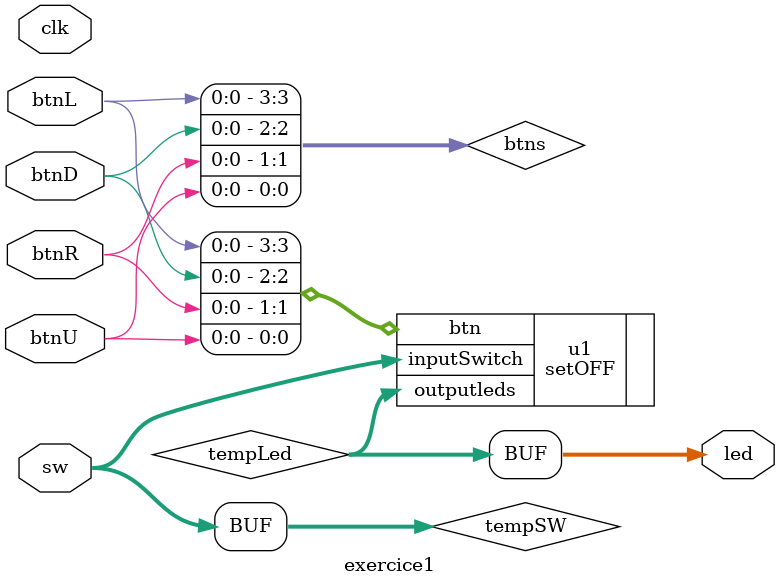
<source format=v>
`timescale 1ns / 1ps



module exercice1(
    input clk,
    input btnU,
    input btnR,
    input btnD,
    input btnL,
    input [15:0]sw,
    output [15:0]led

    );
    
    reg [15:0] outsLed;
    wire[15:0] tempLed;
    wire [15:0] tempSW;
    wire[3:0]btns;
    wire [15:0]final;
    

    
    //assign led[15:0]=swtch[15:0];
    assign tempSW[15:0]=sw[15:0];
    
    assign  btns[0]= btnU ;
    assign  btns[1]= btnR;
    assign  btns[2]= btnD;
    assign  btns[3]=btnL;
    
    
    setOFF u1(
  .inputSwitch(sw[15:0]),
     .btn(btns[3:0]),
    .outputleds(tempLed[15:0])
    );
    
    always @ (posedge clk) begin
//
    if (btns[0] == 1)begin
            outsLed[15:12]= tempLed[15:12];      
    end
    else if (btns[1] == 1)begin
        
            outsLed[11:8]=tempLed[11:8];
     end


    else if (btns[2]== 1) begin
            outsLed[7:4]=tempLed[7:4];    
      end
    else if (btns[3] == 1)
            outsLed[3:0]= tempLed[3:0];                      
    end
    
assign final[15:0]= outsLed[15:0];
assign led[15:0] = tempLed[15:0];
    
    
endmodule

</source>
